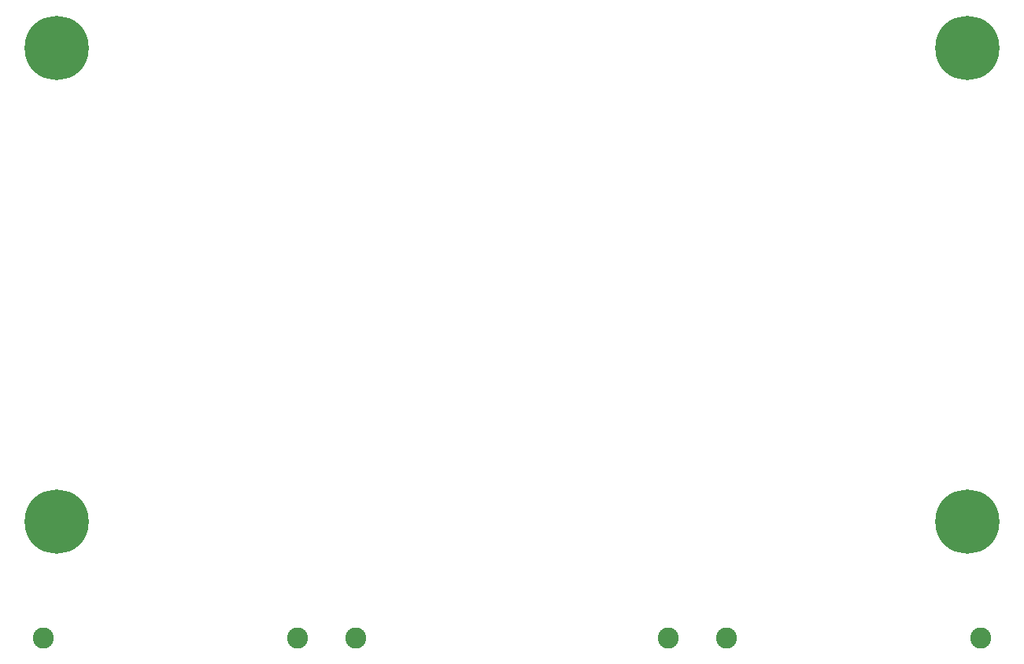
<source format=gbs>
G04 #@! TF.FileFunction,Soldermask,Bot*
%FSLAX46Y46*%
G04 Gerber Fmt 4.6, Leading zero omitted, Abs format (unit mm)*
G04 Created by KiCad (PCBNEW 4.0.1-stable) date 2017-03-21 11:32:15 PM*
%MOMM*%
G01*
G04 APERTURE LIST*
%ADD10C,0.150000*%
%ADD11C,2.258000*%
%ADD12C,6.908000*%
G04 APERTURE END LIST*
D10*
D11*
X49619100Y-144480000D03*
X76924100Y-144480000D03*
D12*
X149000000Y-81000000D03*
X51000000Y-81000000D03*
X149000000Y-132000000D03*
X51000000Y-132000000D03*
D11*
X83172500Y-144480000D03*
X116827500Y-144480000D03*
X123075900Y-144480000D03*
X150380900Y-144480000D03*
M02*

</source>
